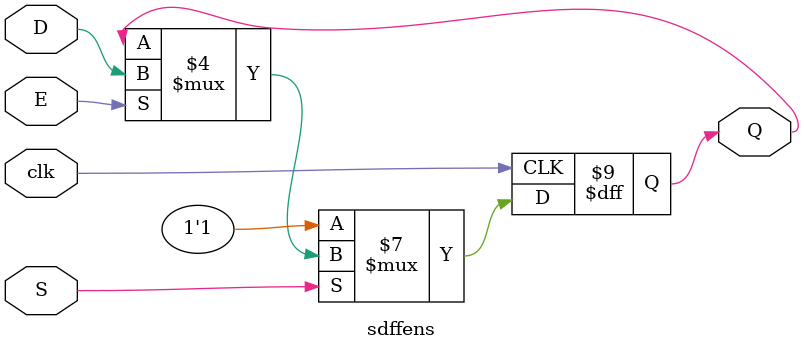
<source format=v>
module sdffens(D,clk,E,S,Q);
input D;      // Data input 
input clk;    // clock input 
input E;      // enable 
input S;      // set input 
output reg Q;     // output Q 

always @(negedge clk) 

begin
	if (S == 1'b0) begin // sync. set active low
            Q <= 1'b1;
	end 
	else if (E == 1'b1) begin
            Q <= D; 
        end
end 
endmodule 

</source>
